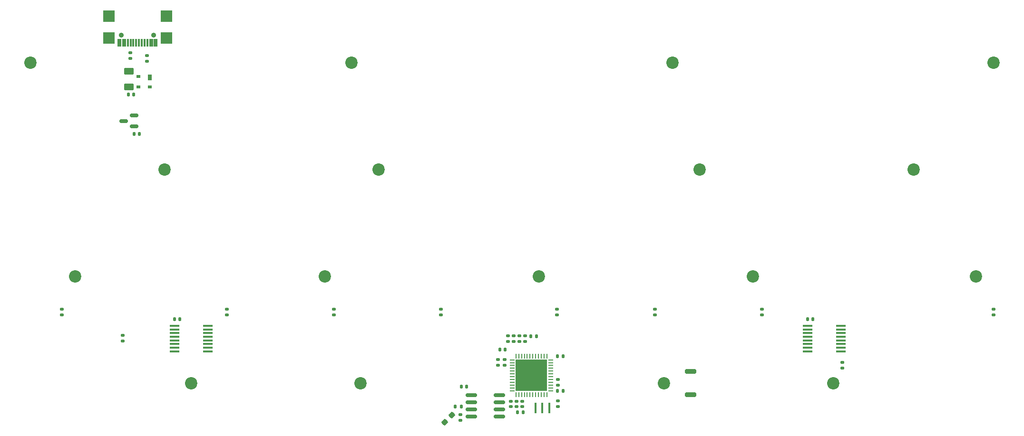
<source format=gbr>
%TF.GenerationSoftware,KiCad,Pcbnew,(7.0.0)*%
%TF.CreationDate,2023-03-17T08:03:53+01:00*%
%TF.ProjectId,travaulta,74726176-6175-46c7-9461-2e6b69636164,rev?*%
%TF.SameCoordinates,Original*%
%TF.FileFunction,Soldermask,Bot*%
%TF.FilePolarity,Negative*%
%FSLAX46Y46*%
G04 Gerber Fmt 4.6, Leading zero omitted, Abs format (unit mm)*
G04 Created by KiCad (PCBNEW (7.0.0)) date 2023-03-17 08:03:53*
%MOMM*%
%LPD*%
G01*
G04 APERTURE LIST*
G04 Aperture macros list*
%AMRoundRect*
0 Rectangle with rounded corners*
0 $1 Rounding radius*
0 $2 $3 $4 $5 $6 $7 $8 $9 X,Y pos of 4 corners*
0 Add a 4 corners polygon primitive as box body*
4,1,4,$2,$3,$4,$5,$6,$7,$8,$9,$2,$3,0*
0 Add four circle primitives for the rounded corners*
1,1,$1+$1,$2,$3*
1,1,$1+$1,$4,$5*
1,1,$1+$1,$6,$7*
1,1,$1+$1,$8,$9*
0 Add four rect primitives between the rounded corners*
20,1,$1+$1,$2,$3,$4,$5,0*
20,1,$1+$1,$4,$5,$6,$7,0*
20,1,$1+$1,$6,$7,$8,$9,0*
20,1,$1+$1,$8,$9,$2,$3,0*%
G04 Aperture macros list end*
%ADD10C,2.200000*%
%ADD11R,0.400000X1.900000*%
%ADD12RoundRect,0.140000X0.140000X0.170000X-0.140000X0.170000X-0.140000X-0.170000X0.140000X-0.170000X0*%
%ADD13RoundRect,0.140000X-0.140000X-0.170000X0.140000X-0.170000X0.140000X0.170000X-0.140000X0.170000X0*%
%ADD14RoundRect,0.140000X-0.170000X0.140000X-0.170000X-0.140000X0.170000X-0.140000X0.170000X0.140000X0*%
%ADD15RoundRect,0.150000X-0.825000X-0.150000X0.825000X-0.150000X0.825000X0.150000X-0.825000X0.150000X0*%
%ADD16RoundRect,0.135000X-0.185000X0.135000X-0.185000X-0.135000X0.185000X-0.135000X0.185000X0.135000X0*%
%ADD17RoundRect,0.135000X0.185000X-0.135000X0.185000X0.135000X-0.185000X0.135000X-0.185000X-0.135000X0*%
%ADD18RoundRect,0.135000X-0.135000X-0.185000X0.135000X-0.185000X0.135000X0.185000X-0.135000X0.185000X0*%
%ADD19RoundRect,0.062500X0.062500X-0.375000X0.062500X0.375000X-0.062500X0.375000X-0.062500X-0.375000X0*%
%ADD20RoundRect,0.062500X0.375000X-0.062500X0.375000X0.062500X-0.375000X0.062500X-0.375000X-0.062500X0*%
%ADD21R,5.600000X5.600000*%
%ADD22R,1.778000X0.419100*%
%ADD23RoundRect,0.135000X0.135000X0.185000X-0.135000X0.185000X-0.135000X-0.185000X0.135000X-0.185000X0*%
%ADD24RoundRect,0.250000X-0.625000X0.375000X-0.625000X-0.375000X0.625000X-0.375000X0.625000X0.375000X0*%
%ADD25R,0.700000X1.000000*%
%ADD26R,0.700000X0.600000*%
%ADD27RoundRect,0.140000X0.170000X-0.140000X0.170000X0.140000X-0.170000X0.140000X-0.170000X-0.140000X0*%
%ADD28RoundRect,0.200000X-0.800000X0.200000X-0.800000X-0.200000X0.800000X-0.200000X0.800000X0.200000X0*%
%ADD29RoundRect,0.150000X0.587500X0.150000X-0.587500X0.150000X-0.587500X-0.150000X0.587500X-0.150000X0*%
%ADD30RoundRect,0.237500X-0.008839X-0.344715X0.344715X0.008839X0.008839X0.344715X-0.344715X-0.008839X0*%
%ADD31C,0.900000*%
%ADD32RoundRect,0.050000X-0.300000X-0.650000X0.300000X-0.650000X0.300000X0.650000X-0.300000X0.650000X0*%
%ADD33RoundRect,0.050000X-0.150000X-0.650000X0.150000X-0.650000X0.150000X0.650000X-0.150000X0.650000X0*%
%ADD34RoundRect,0.050000X-1.000000X-1.000000X1.000000X-1.000000X1.000000X1.000000X-1.000000X1.000000X0*%
G04 APERTURE END LIST*
D10*
%TO.C,H2*%
X120650000Y-57150000D03*
%TD*%
%TO.C,H11*%
X153987500Y-95250000D03*
%TD*%
%TO.C,H1*%
X63500000Y-57150000D03*
%TD*%
%TO.C,H9*%
X71437500Y-95250000D03*
%TD*%
%TO.C,H13*%
X231775000Y-95250000D03*
%TD*%
%TO.C,H5*%
X87312500Y-76200000D03*
%TD*%
%TO.C,H10*%
X115887500Y-95250000D03*
%TD*%
%TO.C,H8*%
X220662500Y-76200000D03*
%TD*%
%TO.C,H15*%
X122237500Y-114300000D03*
%TD*%
%TO.C,H3*%
X177800000Y-57150000D03*
%TD*%
%TO.C,H17*%
X206375000Y-114300000D03*
%TD*%
%TO.C,H4*%
X234950000Y-57150000D03*
%TD*%
%TO.C,H6*%
X125412500Y-76200000D03*
%TD*%
%TO.C,H16*%
X176212500Y-114300000D03*
%TD*%
%TO.C,H12*%
X192087500Y-95250000D03*
%TD*%
%TO.C,H7*%
X182562500Y-76200000D03*
%TD*%
%TO.C,H14*%
X92075000Y-114300000D03*
%TD*%
D11*
%TO.C,Y1*%
X153415999Y-118744999D03*
X154615999Y-118744999D03*
X155815999Y-118744999D03*
%TD*%
D12*
%TO.C,C7*%
X147984000Y-108331000D03*
X147024000Y-108331000D03*
%TD*%
D13*
%TO.C,C12*%
X201831000Y-102870000D03*
X202791000Y-102870000D03*
%TD*%
D14*
%TO.C,C15*%
X149031000Y-117540000D03*
X149031000Y-118500000D03*
%TD*%
D15*
%TO.C,U5*%
X141985375Y-120269000D03*
X141985375Y-118999000D03*
X141985375Y-117729000D03*
X141985375Y-116459000D03*
X146935375Y-116459000D03*
X146935375Y-117729000D03*
X146935375Y-118999000D03*
X146935375Y-120269000D03*
%TD*%
D16*
%TO.C,R7*%
X146742000Y-110107000D03*
X146742000Y-111127000D03*
%TD*%
D17*
%TO.C,R11*%
X98425000Y-102110000D03*
X98425000Y-101090000D03*
%TD*%
D16*
%TO.C,R2*%
X151511000Y-105877000D03*
X151511000Y-106897000D03*
%TD*%
D13*
%TO.C,C9*%
X157311000Y-115663994D03*
X158271000Y-115663994D03*
%TD*%
D18*
%TO.C,R4*%
X152525000Y-105918000D03*
X153545000Y-105918000D03*
%TD*%
D19*
%TO.C,U1*%
X155404000Y-116340500D03*
X154904000Y-116340500D03*
X154404000Y-116340500D03*
X153904000Y-116340500D03*
X153404000Y-116340500D03*
X152904000Y-116340500D03*
X152404000Y-116340500D03*
X151904000Y-116340500D03*
X151404000Y-116340500D03*
X150904000Y-116340500D03*
X150404000Y-116340500D03*
X149904000Y-116340500D03*
D20*
X149216500Y-115653000D03*
X149216500Y-115153000D03*
X149216500Y-114653000D03*
X149216500Y-114153000D03*
X149216500Y-113653000D03*
X149216500Y-113153000D03*
X149216500Y-112653000D03*
X149216500Y-112153000D03*
X149216500Y-111653000D03*
X149216500Y-111153000D03*
X149216500Y-110653000D03*
X149216500Y-110153000D03*
D19*
X149904000Y-109465500D03*
X150404000Y-109465500D03*
X150904000Y-109465500D03*
X151404000Y-109465500D03*
X151904000Y-109465500D03*
X152404000Y-109465500D03*
X152904000Y-109465500D03*
X153404000Y-109465500D03*
X153904000Y-109465500D03*
X154404000Y-109465500D03*
X154904000Y-109465500D03*
X155404000Y-109465500D03*
D20*
X156091500Y-110153000D03*
X156091500Y-110653000D03*
X156091500Y-111153000D03*
X156091500Y-111653000D03*
X156091500Y-112153000D03*
X156091500Y-112653000D03*
X156091500Y-113153000D03*
X156091500Y-113653000D03*
X156091500Y-114153000D03*
X156091500Y-114653000D03*
X156091500Y-115153000D03*
X156091500Y-115653000D03*
D21*
X152653999Y-112902999D03*
%TD*%
D17*
%TO.C,R12*%
X157162500Y-102110000D03*
X157162500Y-101090000D03*
%TD*%
%TO.C,R15*%
X69088000Y-102110000D03*
X69088000Y-101090000D03*
%TD*%
D14*
%TO.C,C11*%
X151063000Y-117540000D03*
X151063000Y-118500000D03*
%TD*%
D17*
%TO.C,R13*%
X79883000Y-106809000D03*
X79883000Y-105789000D03*
%TD*%
D13*
%TO.C,C8*%
X157311000Y-109474000D03*
X158271000Y-109474000D03*
%TD*%
D17*
%TO.C,R10*%
X174625000Y-102110000D03*
X174625000Y-101090000D03*
%TD*%
D22*
%TO.C,U3*%
X207761839Y-104089199D03*
X207761839Y-104739439D03*
X207761839Y-105389679D03*
X207761839Y-106039919D03*
X207761839Y-106685079D03*
X207761839Y-107335319D03*
X207761839Y-107985559D03*
X207761839Y-108635799D03*
X201813159Y-108635799D03*
X201813159Y-107985559D03*
X201813159Y-107335319D03*
X201813159Y-106685079D03*
X201813159Y-106039919D03*
X201813159Y-105389679D03*
X201813159Y-104739439D03*
X201813159Y-104089199D03*
%TD*%
D17*
%TO.C,R1*%
X148463000Y-106897000D03*
X148463000Y-105877000D03*
%TD*%
%TO.C,R16*%
X234950000Y-102110000D03*
X234950000Y-101090000D03*
%TD*%
D12*
%TO.C,C14*%
X141130375Y-114935000D03*
X140170375Y-114935000D03*
%TD*%
D17*
%TO.C,R9*%
X149479000Y-106897000D03*
X149479000Y-105877000D03*
%TD*%
D13*
%TO.C,C13*%
X89107153Y-102878779D03*
X90067153Y-102878779D03*
%TD*%
D16*
%TO.C,R21*%
X140015375Y-119886000D03*
X140015375Y-120906000D03*
%TD*%
D13*
%TO.C,C5*%
X81943000Y-69850000D03*
X82903000Y-69850000D03*
%TD*%
D17*
%TO.C,R20*%
X193675000Y-102110000D03*
X193675000Y-101090000D03*
%TD*%
D23*
%TO.C,R23*%
X140144375Y-118491000D03*
X139124375Y-118491000D03*
%TD*%
D16*
%TO.C,R14*%
X207962500Y-110615000D03*
X207962500Y-111635000D03*
%TD*%
D18*
%TO.C,R6*%
X150169000Y-119507000D03*
X151189000Y-119507000D03*
%TD*%
D24*
%TO.C,F_USBC1*%
X80962500Y-58671000D03*
X80962500Y-61471000D03*
%TD*%
D25*
%TO.C,D1*%
X84692999Y-59828999D03*
D26*
X84692999Y-61528999D03*
X82692999Y-61528999D03*
X82692999Y-59628999D03*
%TD*%
D17*
%TO.C,R18*%
X81280000Y-56390000D03*
X81280000Y-55370000D03*
%TD*%
D16*
%TO.C,R3*%
X157410000Y-113663000D03*
X157410000Y-114683000D03*
%TD*%
%TO.C,R8*%
X150495000Y-105877000D03*
X150495000Y-106897000D03*
%TD*%
D27*
%TO.C,C1*%
X147885000Y-111097000D03*
X147885000Y-110137000D03*
%TD*%
D13*
%TO.C,C4*%
X80927000Y-62865000D03*
X81887000Y-62865000D03*
%TD*%
D22*
%TO.C,U4*%
X95049339Y-104089199D03*
X95049339Y-104739439D03*
X95049339Y-105389679D03*
X95049339Y-106039919D03*
X95049339Y-106685079D03*
X95049339Y-107335319D03*
X95049339Y-107985559D03*
X95049339Y-108635799D03*
X89100659Y-108635799D03*
X89100659Y-107985559D03*
X89100659Y-107335319D03*
X89100659Y-106685079D03*
X89100659Y-106039919D03*
X89100659Y-105389679D03*
X89100659Y-104739439D03*
X89100659Y-104089199D03*
%TD*%
D28*
%TO.C,SW38*%
X180975000Y-112200000D03*
X180975000Y-116400000D03*
%TD*%
D14*
%TO.C,C6*%
X157410000Y-117503000D03*
X157410000Y-118463000D03*
%TD*%
D29*
%TO.C,U2*%
X81963500Y-66614000D03*
X81963500Y-68514000D03*
X80088500Y-67564000D03*
%TD*%
D30*
%TO.C,JP1*%
X137211140Y-121295235D03*
X138501610Y-120004765D03*
%TD*%
D31*
%TO.C,USB1*%
X79660000Y-52264000D03*
X85440000Y-52264000D03*
D32*
X79350000Y-53624000D03*
X80150000Y-53624000D03*
D33*
X80800000Y-53624000D03*
X81300000Y-53624000D03*
X81800000Y-53624000D03*
X82300000Y-53624000D03*
X82800000Y-53624000D03*
X83300000Y-53624000D03*
X83800000Y-53624000D03*
X84300000Y-53624000D03*
D32*
X84950000Y-53624000D03*
X85750000Y-53624000D03*
D34*
X77430000Y-48864000D03*
X77430000Y-52764000D03*
X87670000Y-48864000D03*
X87670000Y-52764000D03*
%TD*%
D17*
%TO.C,R19*%
X136525000Y-102110000D03*
X136525000Y-101090000D03*
%TD*%
D16*
%TO.C,R24*%
X84201000Y-55880000D03*
X84201000Y-56900000D03*
%TD*%
D14*
%TO.C,C10*%
X150047000Y-117540000D03*
X150047000Y-118500000D03*
%TD*%
D17*
%TO.C,R17*%
X117475000Y-102110000D03*
X117475000Y-101090000D03*
%TD*%
M02*

</source>
